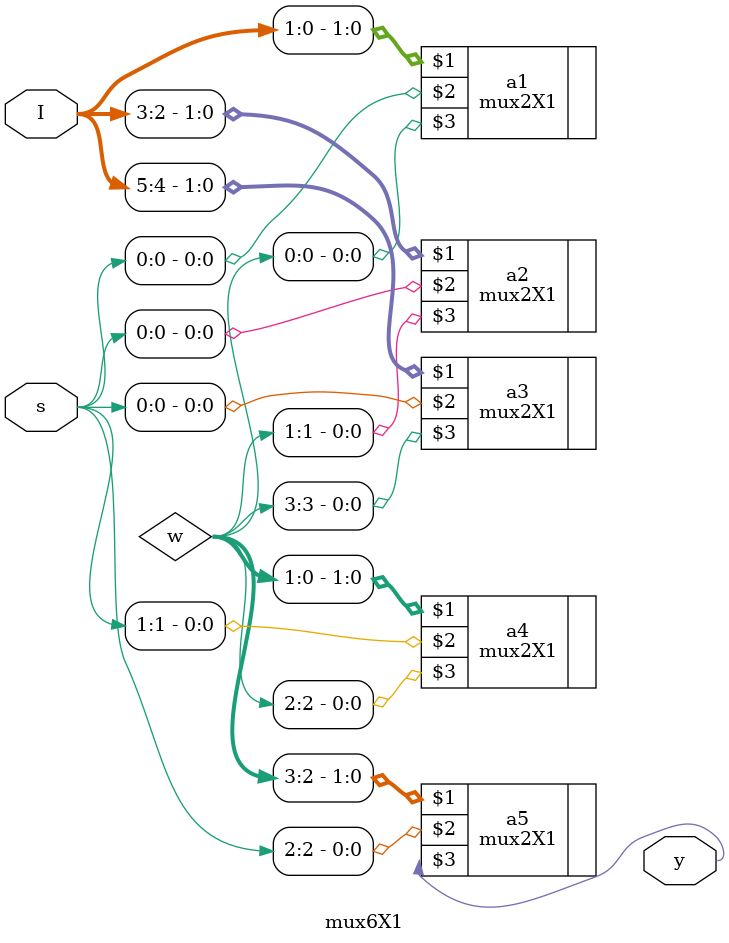
<source format=v>
module mux6X1(I,s,y);
input [5:0]I;
input [2:0]s;
output y;
wire [3:0]w;
mux2X1 a1(I[1:0],s[0],w[0]);
mux2X1 a2(I[3:2],s[0],w[1]);
mux2X1 a3(I[5:4],s[0],w[3]);
mux2X1 a4(w[1:0],s[1],w[2]);
mux2X1 a5(w[3:2],s[2],y);
endmodule

</source>
